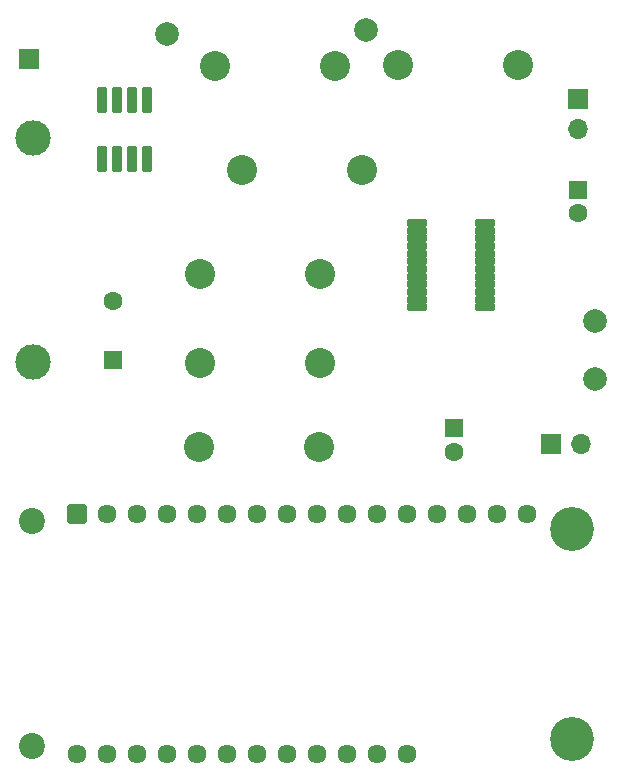
<source format=gbr>
%TF.GenerationSoftware,KiCad,Pcbnew,8.0.6*%
%TF.CreationDate,2025-02-20T03:10:47-08:00*%
%TF.ProjectId,ECE 412,45434520-3431-4322-9e6b-696361645f70,A*%
%TF.SameCoordinates,Original*%
%TF.FileFunction,Soldermask,Top*%
%TF.FilePolarity,Negative*%
%FSLAX46Y46*%
G04 Gerber Fmt 4.6, Leading zero omitted, Abs format (unit mm)*
G04 Created by KiCad (PCBNEW 8.0.6) date 2025-02-20 03:10:47*
%MOMM*%
%LPD*%
G01*
G04 APERTURE LIST*
G04 Aperture macros list*
%AMRoundRect*
0 Rectangle with rounded corners*
0 $1 Rounding radius*
0 $2 $3 $4 $5 $6 $7 $8 $9 X,Y pos of 4 corners*
0 Add a 4 corners polygon primitive as box body*
4,1,4,$2,$3,$4,$5,$6,$7,$8,$9,$2,$3,0*
0 Add four circle primitives for the rounded corners*
1,1,$1+$1,$2,$3*
1,1,$1+$1,$4,$5*
1,1,$1+$1,$6,$7*
1,1,$1+$1,$8,$9*
0 Add four rect primitives between the rounded corners*
20,1,$1+$1,$2,$3,$4,$5,0*
20,1,$1+$1,$4,$5,$6,$7,0*
20,1,$1+$1,$6,$7,$8,$9,0*
20,1,$1+$1,$8,$9,$2,$3,0*%
G04 Aperture macros list end*
%ADD10C,2.000000*%
%ADD11C,2.540000*%
%ADD12RoundRect,0.100500X-0.301500X0.986500X-0.301500X-0.986500X0.301500X-0.986500X0.301500X0.986500X0*%
%ADD13R,1.700000X1.700000*%
%ADD14O,1.700000X1.700000*%
%ADD15R,1.600000X1.600000*%
%ADD16C,1.600000*%
%ADD17C,3.000000*%
%ADD18RoundRect,0.076750X-0.775250X-0.230250X0.775250X-0.230250X0.775250X0.230250X-0.775250X0.230250X0*%
%ADD19C,2.200000*%
%ADD20RoundRect,0.102000X0.704000X0.704000X-0.704000X0.704000X-0.704000X-0.704000X0.704000X-0.704000X0*%
%ADD21C,1.612000*%
%ADD22C,3.720000*%
G04 APERTURE END LIST*
D10*
%TO.C,TP4*%
X184500000Y-83300000D03*
%TD*%
%TO.C,TP3*%
X184500000Y-78400000D03*
%TD*%
%TO.C,TP2*%
X148300000Y-54100000D03*
%TD*%
%TO.C,TP1*%
X165100000Y-53800000D03*
%TD*%
D11*
%TO.C,R4*%
X164780000Y-65600000D03*
X154620000Y-65600000D03*
%TD*%
%TO.C,R2*%
X162500000Y-56800000D03*
X152340000Y-56800000D03*
%TD*%
D12*
%TO.C,U4*%
X146635000Y-59735000D03*
X145365000Y-59735000D03*
X144095000Y-59735000D03*
X142825000Y-59735000D03*
X142825000Y-64675000D03*
X144095000Y-64675000D03*
X145365000Y-64675000D03*
X146635000Y-64675000D03*
%TD*%
D13*
%TO.C,J2*%
X180760000Y-88800000D03*
D14*
X183300000Y-88800000D03*
%TD*%
D15*
%TO.C,C4*%
X172600000Y-87500000D03*
D16*
X172600000Y-89500000D03*
%TD*%
D11*
%TO.C,R1*%
X177980000Y-56700000D03*
X167820000Y-56700000D03*
%TD*%
D17*
%TO.C,R3*%
X136900000Y-81924974D03*
X136900000Y-62892974D03*
%TD*%
D11*
%TO.C,R6*%
X161200000Y-82000000D03*
X151040000Y-82000000D03*
%TD*%
%TO.C,R7*%
X161120000Y-89100000D03*
X150960000Y-89100000D03*
%TD*%
D15*
%TO.C,C3*%
X183100000Y-67300000D03*
D16*
X183100000Y-69300000D03*
%TD*%
D13*
%TO.C,J1*%
X136600000Y-56200000D03*
%TD*%
D18*
%TO.C,U5*%
X169430000Y-70100000D03*
X169430000Y-70750000D03*
X169430000Y-71400000D03*
X169430000Y-72050000D03*
X169430000Y-72700000D03*
X169430000Y-73350000D03*
X169430000Y-74000000D03*
X169430000Y-74650000D03*
X169430000Y-75300000D03*
X169430000Y-75950000D03*
X169430000Y-76600000D03*
X169430000Y-77250000D03*
X175200000Y-77250000D03*
X175200000Y-76600000D03*
X175200000Y-75950000D03*
X175200000Y-75300000D03*
X175200000Y-74650000D03*
X175200000Y-74000000D03*
X175200000Y-73350000D03*
X175200000Y-72700000D03*
X175200000Y-72050000D03*
X175200000Y-71400000D03*
X175200000Y-70750000D03*
X175200000Y-70100000D03*
%TD*%
D13*
%TO.C,Vbat1*%
X183100000Y-59600000D03*
D14*
X183100000Y-62140000D03*
%TD*%
D15*
%TO.C,C5*%
X143700000Y-81700000D03*
D16*
X143700000Y-76700000D03*
%TD*%
D19*
%TO.C,U2*%
X136850000Y-114425000D03*
X136850000Y-95311500D03*
D20*
X140660000Y-94740000D03*
D21*
X143200000Y-94740000D03*
X145740000Y-94740000D03*
X148280000Y-94740000D03*
X150820000Y-94740000D03*
X153360000Y-94740000D03*
X155900000Y-94740000D03*
X158440000Y-94740000D03*
X160980000Y-94740000D03*
X163520000Y-94740000D03*
X166060000Y-94740000D03*
X168600000Y-94740000D03*
X171140000Y-94740000D03*
X173680000Y-94740000D03*
X176220000Y-94740000D03*
X178760000Y-94740000D03*
X168600000Y-115060000D03*
X166060000Y-115060000D03*
X163520000Y-115060000D03*
X160980000Y-115060000D03*
X158440000Y-115060000D03*
X155900000Y-115060000D03*
X153360000Y-115060000D03*
X150820000Y-115060000D03*
X148280000Y-115060000D03*
X145740000Y-115060000D03*
X143200000Y-115060000D03*
X140660000Y-115060000D03*
D22*
X182570000Y-96010000D03*
X182570000Y-113790000D03*
%TD*%
D11*
%TO.C,R5*%
X161200000Y-74400000D03*
X151040000Y-74400000D03*
%TD*%
M02*

</source>
